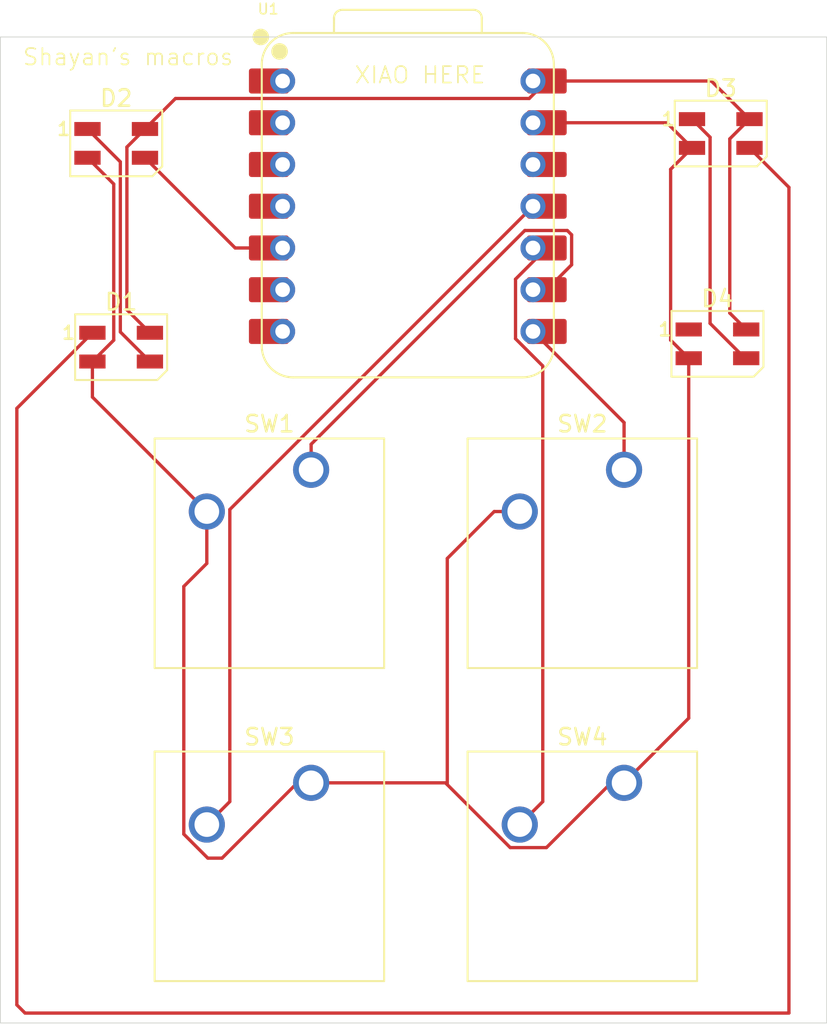
<source format=kicad_pcb>
(kicad_pcb (version 20241229) (generator "pcbnew") (generator_version "9.0")
  (layers (0 "F.Cu" signal) (2 "B.Cu" signal) (13 "F.Paste" user) (15 "B.Paste" user) (5 "F.SilkS" user "F.Silkscreen") (7 "B.SilkS" user "B.Silkscreen") (1 "F.Mask" user) (3 "B.Mask" user) (25 "Edge.Cuts" user))
  (net 0 "")
  (net 1 "Net-(D1-DIN)")
  (net 2 "Net-(D1-DOUT)")
  (net 3 "GND")
  (net 4 "+5V")
  (net 5 "Net-(D2-DIN)")
  (net 6 "Net-(D3-DOUT)")
  (net 8 "Net-(U1-GPIO2{slash}SCK)")
  (net 9 "Net-(U1-GPIO1{slash}RX)")
  (net 10 "Net-(U1-GPIO3{slash}MOSI)")
  (net 11 "Net-(U1-GPIO4{slash}MISO)")
  (footprint "Button_Switch_Keyboard:SW_Cherry_MX_1.00u_PCB" (layer "F.Cu") (at 126.365 68.73875)
    (property "Reference" "SW2" (at -2.54 -2.794 0) (layer "F.SilkS"))
    (property "Value" "SW_Push")
    (fp_line (start -9.525 -1.905) (end 4.445 -1.905) (stroke (width 0.12)) (layer "F.SilkS"))
    (fp_line (start -9.525 12.065) (end -9.525 -1.905) (stroke (width 0.12)) (layer "F.SilkS"))
    (fp_line (start 4.445 -1.905) (end 4.445 12.065) (stroke (width 0.12)) (layer "F.SilkS"))
    (fp_line (start 4.445 12.065) (end -9.525 12.065) (stroke (width 0.12)) (layer "F.SilkS"))
    (pad "" np_thru_hole circle (at -7.62 5.08) (size 1.7 1.7) (drill 1.7) (layers "*.Cu" "*.Mask"))
    (pad "" np_thru_hole circle (at -2.54 5.08) (size 4 4) (drill 4) (layers "*.Cu" "*.Mask"))
    (pad "" np_thru_hole circle (at 2.54 5.08) (size 1.7 1.7) (drill 1.7) (layers "*.Cu" "*.Mask"))
    (pad "1" thru_hole circle (at 0 0) (size 2.2 2.2) (drill 1.5) (layers "*.Cu" "*.Mask") (net 9 "Net-(U1-GPIO1{slash}RX)"))
    (pad "2" thru_hole circle (at -6.35 2.54) (size 2.2 2.2) (drill 1.5) (layers "*.Cu" "*.Mask") (net 3 "GND"))
  )
  (footprint "Button_Switch_Keyboard:SW_Cherry_MX_1.00u_PCB" (layer "F.Cu") (at 107.315 87.78875)
    (property "Reference" "SW3" (at -2.54 -2.794 0) (layer "F.SilkS"))
    (property "Value" "SW_Push")
    (fp_line (start -9.525 -1.905) (end 4.445 -1.905) (stroke (width 0.12)) (layer "F.SilkS"))
    (fp_line (start -9.525 12.065) (end -9.525 -1.905) (stroke (width 0.12)) (layer "F.SilkS"))
    (fp_line (start 4.445 -1.905) (end 4.445 12.065) (stroke (width 0.12)) (layer "F.SilkS"))
    (fp_line (start 4.445 12.065) (end -9.525 12.065) (stroke (width 0.12)) (layer "F.SilkS"))
    (pad "" np_thru_hole circle (at -7.62 5.08) (size 1.7 1.7) (drill 1.7) (layers "*.Cu" "*.Mask"))
    (pad "" np_thru_hole circle (at -2.54 5.08) (size 4 4) (drill 4) (layers "*.Cu" "*.Mask"))
    (pad "" np_thru_hole circle (at 2.54 5.08) (size 1.7 1.7) (drill 1.7) (layers "*.Cu" "*.Mask"))
    (pad "1" thru_hole circle (at 0 0) (size 2.2 2.2) (drill 1.5) (layers "*.Cu" "*.Mask") (net 3 "GND"))
    (pad "2" thru_hole circle (at -6.35 2.54) (size 2.2 2.2) (drill 1.5) (layers "*.Cu" "*.Mask") (net 10 "Net-(U1-GPIO3{slash}MOSI)"))
  )
  (footprint "LED_SMD:LED_SK6812MINI_PLCC4_3.5x3.5mm_P1.75mm" (layer "F.Cu") (at 132.05 61.075)
    (property "Reference" "D4" (at 0 -2.75 0) (layer "F.SilkS"))
    (property "Value" "SK6812MINI")
    (fp_line (start -2.8 -2) (end -2.8 2) (stroke (width 0.12)) (layer "F.SilkS"))
    (fp_line (start -2.8 -2) (end 2.8 -2) (stroke (width 0.12)) (layer "F.SilkS"))
    (fp_line (start -2.8 2) (end 2.2 2) (stroke (width 0.12)) (layer "F.SilkS"))
    (fp_line (start 2.8 1.4) (end 2.2 2) (stroke (width 0.12)) (layer "F.SilkS"))
    (fp_line (start 2.8 1.4) (end 2.8 -2) (stroke (width 0.12)) (layer "F.SilkS"))
    (fp_text user "1" (at -3.2 -0.875 0) (layer "F.SilkS") (effects (font (size 0.8 0.8))))
    (pad "1" smd rect (at -1.75 -0.875) (size 1.6 0.85) (layers "F.Cu" "F.Mask" "F.Paste"))
    (pad "2" smd rect (at -1.75 0.875) (size 1.6 0.85) (layers "F.Cu" "F.Mask" "F.Paste") (net 3 "GND"))
    (pad "3" smd rect (at 1.75 0.875) (size 1.6 0.85) (layers "F.Cu" "F.Mask" "F.Paste") (net 6 "Net-(D3-DOUT)"))
    (pad "4" smd rect (at 1.75 -0.875) (size 1.6 0.85) (layers "F.Cu" "F.Mask" "F.Paste") (net 4 "+5V"))
  )
  (footprint "Button_Switch_Keyboard:SW_Cherry_MX_1.00u_PCB" (layer "F.Cu") (at 126.365 87.78875)
    (property "Reference" "SW4" (at -2.54 -2.794 0) (layer "F.SilkS"))
    (property "Value" "SW_Push")
    (fp_line (start -9.525 -1.905) (end 4.445 -1.905) (stroke (width 0.12)) (layer "F.SilkS"))
    (fp_line (start -9.525 12.065) (end -9.525 -1.905) (stroke (width 0.12)) (layer "F.SilkS"))
    (fp_line (start 4.445 -1.905) (end 4.445 12.065) (stroke (width 0.12)) (layer "F.SilkS"))
    (fp_line (start 4.445 12.065) (end -9.525 12.065) (stroke (width 0.12)) (layer "F.SilkS"))
    (pad "" np_thru_hole circle (at -7.62 5.08) (size 1.7 1.7) (drill 1.7) (layers "*.Cu" "*.Mask"))
    (pad "" np_thru_hole circle (at -2.54 5.08) (size 4 4) (drill 4) (layers "*.Cu" "*.Mask"))
    (pad "" np_thru_hole circle (at 2.54 5.08) (size 1.7 1.7) (drill 1.7) (layers "*.Cu" "*.Mask"))
    (pad "1" thru_hole circle (at 0 0) (size 2.2 2.2) (drill 1.5) (layers "*.Cu" "*.Mask") (net 3 "GND"))
    (pad "2" thru_hole circle (at -6.35 2.54) (size 2.2 2.2) (drill 1.5) (layers "*.Cu" "*.Mask") (net 11 "Net-(U1-GPIO4{slash}MISO)"))
  )
  (footprint "Button_Switch_Keyboard:SW_Cherry_MX_1.00u_PCB" (layer "F.Cu") (at 107.315 68.73875)
    (property "Reference" "SW1" (at -2.54 -2.794 0) (layer "F.SilkS"))
    (property "Value" "SW_Push")
    (fp_line (start -9.525 -1.905) (end 4.445 -1.905) (stroke (width 0.12)) (layer "F.SilkS"))
    (fp_line (start -9.525 12.065) (end -9.525 -1.905) (stroke (width 0.12)) (layer "F.SilkS"))
    (fp_line (start 4.445 -1.905) (end 4.445 12.065) (stroke (width 0.12)) (layer "F.SilkS"))
    (fp_line (start 4.445 12.065) (end -9.525 12.065) (stroke (width 0.12)) (layer "F.SilkS"))
    (pad "" np_thru_hole circle (at -7.62 5.08) (size 1.7 1.7) (drill 1.7) (layers "*.Cu" "*.Mask"))
    (pad "" np_thru_hole circle (at -2.54 5.08) (size 4 4) (drill 4) (layers "*.Cu" "*.Mask"))
    (pad "" np_thru_hole circle (at 2.54 5.08) (size 1.7 1.7) (drill 1.7) (layers "*.Cu" "*.Mask"))
    (pad "1" thru_hole circle (at 0 0) (size 2.2 2.2) (drill 1.5) (layers "*.Cu" "*.Mask") (net 8 "Net-(U1-GPIO2{slash}SCK)"))
    (pad "2" thru_hole circle (at -6.35 2.54) (size 2.2 2.2) (drill 1.5) (layers "*.Cu" "*.Mask") (net 3 "GND"))
  )
  (footprint "LED_SMD:LED_SK6812MINI_PLCC4_3.5x3.5mm_P1.75mm" (layer "F.Cu") (at 95.45 48.875)
    (property "Reference" "D2" (at 0 -2.75 0) (layer "F.SilkS"))
    (property "Value" "SK6812MINI")
    (fp_line (start -2.8 -2) (end -2.8 2) (stroke (width 0.12)) (layer "F.SilkS"))
    (fp_line (start -2.8 -2) (end 2.8 -2) (stroke (width 0.12)) (layer "F.SilkS"))
    (fp_line (start -2.8 2) (end 2.2 2) (stroke (width 0.12)) (layer "F.SilkS"))
    (fp_line (start 2.8 1.4) (end 2.2 2) (stroke (width 0.12)) (layer "F.SilkS"))
    (fp_line (start 2.8 1.4) (end 2.8 -2) (stroke (width 0.12)) (layer "F.SilkS"))
    (fp_text user "1" (at -3.2 -0.875 0) (layer "F.SilkS") (effects (font (size 0.8 0.8))))
    (pad "1" smd rect (at -1.75 -0.875) (size 1.6 0.85) (layers "F.Cu" "F.Mask" "F.Paste") (net 1 "Net-(D1-DIN)"))
    (pad "2" smd rect (at -1.75 0.875) (size 1.6 0.85) (layers "F.Cu" "F.Mask" "F.Paste") (net 3 "GND"))
    (pad "3" smd rect (at 1.75 0.875) (size 1.6 0.85) (layers "F.Cu" "F.Mask" "F.Paste") (net 5 "Net-(D2-DIN)"))
    (pad "4" smd rect (at 1.75 -0.875) (size 1.6 0.85) (layers "F.Cu" "F.Mask" "F.Paste") (net 4 "+5V"))
  )
  (footprint "LED_SMD:LED_SK6812MINI_PLCC4_3.5x3.5mm_P1.75mm" (layer "F.Cu") (at 95.75 61.275)
    (property "Reference" "D1" (at 0 -2.75 0) (layer "F.SilkS"))
    (property "Value" "SK6812MINI")
    (fp_line (start -2.8 -2) (end -2.8 2) (stroke (width 0.12)) (layer "F.SilkS"))
    (fp_line (start -2.8 -2) (end 2.8 -2) (stroke (width 0.12)) (layer "F.SilkS"))
    (fp_line (start -2.8 2) (end 2.2 2) (stroke (width 0.12)) (layer "F.SilkS"))
    (fp_line (start 2.8 1.4) (end 2.2 2) (stroke (width 0.12)) (layer "F.SilkS"))
    (fp_line (start 2.8 1.4) (end 2.8 -2) (stroke (width 0.12)) (layer "F.SilkS"))
    (fp_text user "1" (at -3.2 -0.875 0) (layer "F.SilkS") (effects (font (size 0.8 0.8))))
    (pad "1" smd rect (at -1.75 -0.875) (size 1.6 0.85) (layers "F.Cu" "F.Mask" "F.Paste") (net 2 "Net-(D1-DOUT)"))
    (pad "2" smd rect (at -1.75 0.875) (size 1.6 0.85) (layers "F.Cu" "F.Mask" "F.Paste") (net 3 "GND"))
    (pad "3" smd rect (at 1.75 0.875) (size 1.6 0.85) (layers "F.Cu" "F.Mask" "F.Paste") (net 1 "Net-(D1-DIN)"))
    (pad "4" smd rect (at 1.75 -0.875) (size 1.6 0.85) (layers "F.Cu" "F.Mask" "F.Paste") (net 4 "+5V"))
  )
  (footprint "LED_SMD:LED_SK6812MINI_PLCC4_3.5x3.5mm_P1.75mm" (layer "F.Cu") (at 132.25 48.275)
    (property "Reference" "D3" (at 0 -2.75 0) (layer "F.SilkS"))
    (property "Value" "SK6812MINI")
    (fp_line (start -2.8 -2) (end -2.8 2) (stroke (width 0.12)) (layer "F.SilkS"))
    (fp_line (start -2.8 -2) (end 2.8 -2) (stroke (width 0.12)) (layer "F.SilkS"))
    (fp_line (start -2.8 2) (end 2.2 2) (stroke (width 0.12)) (layer "F.SilkS"))
    (fp_line (start 2.8 1.4) (end 2.2 2) (stroke (width 0.12)) (layer "F.SilkS"))
    (fp_line (start 2.8 1.4) (end 2.8 -2) (stroke (width 0.12)) (layer "F.SilkS"))
    (fp_text user "1" (at -3.2 -0.875 0) (layer "F.SilkS") (effects (font (size 0.8 0.8))))
    (pad "1" smd rect (at -1.75 -0.875) (size 1.6 0.85) (layers "F.Cu" "F.Mask" "F.Paste") (net 6 "Net-(D3-DOUT)"))
    (pad "2" smd rect (at -1.75 0.875) (size 1.6 0.85) (layers "F.Cu" "F.Mask" "F.Paste") (net 3 "GND"))
    (pad "3" smd rect (at 1.75 0.875) (size 1.6 0.85) (layers "F.Cu" "F.Mask" "F.Paste") (net 2 "Net-(D1-DOUT)"))
    (pad "4" smd rect (at 1.75 -0.875) (size 1.6 0.85) (layers "F.Cu" "F.Mask" "F.Paste") (net 4 "+5V"))
  )
  (footprint "OPL:XIAO-RP2040-DIP" (layer "F.Cu") (at 113.2 52.7)
    (property "Reference" "U1" (at -8.5 -12 0) (layer "F.SilkS") (effects (font (size 0.635 0.635) (thickness 0.1016))))
    (property "Value" "XIAO-RP2040-DIP")
    (fp_line (start -8.89 8.509) (end -8.89 -8.636) (stroke (width 0.127)) (layer "F.SilkS"))
    (fp_line (start -6.985 10.414) (end 6.985 10.414) (stroke (width 0.127)) (layer "F.SilkS"))
    (fp_line (start -4.495 -10.541) (end -4.491272 -11.451272) (stroke (width 0.127)) (layer "F.SilkS"))
    (fp_line (start -3.991272 -11.951) (end 4.004 -11.951) (stroke (width 0.127)) (layer "F.SilkS"))
    (fp_line (start 4.504 -11.451) (end 4.504 -10.541) (stroke (width 0.127)) (layer "F.SilkS"))
    (fp_line (start 6.985 -10.541) (end -6.985 -10.541) (stroke (width 0.1)) (layer "F.SilkS"))
    (fp_line (start 6.985 -10.541) (end -6.985 -10.541) (stroke (width 0.127)) (layer "F.SilkS"))
    (fp_line (start 8.89 8.509) (end 8.89 -8.636) (stroke (width 0.127)) (layer "F.SilkS"))
    (fp_arc (start -8.89 -8.636) (mid -8.332038 -9.983038) (end -6.985 -10.541) (stroke (width 0.127)) (layer "F.SilkS"))
    (fp_arc (start -6.985 10.414) (mid -8.332038 9.856038) (end -8.89 8.509) (stroke (width 0.127)) (layer "F.SilkS"))
    (fp_arc (start -4.491272 -11.451272) (mid -4.344728 -11.80464) (end -3.991272 -11.951) (stroke (width 0.127)) (layer "F.SilkS"))
    (fp_arc (start 4.004 -11.951) (mid 4.357553 -11.804553) (end 4.504 -11.451) (stroke (width 0.127)) (layer "F.SilkS"))
    (fp_arc (start 6.985 -10.541) (mid 8.332038 -9.983038) (end 8.89 -8.636) (stroke (width 0.127)) (layer "F.SilkS"))
    (fp_arc (start 8.89 8.509) (mid 8.332038 9.856038) (end 6.985 10.414) (stroke (width 0.127)) (layer "F.SilkS"))
    (fp_circle (center -8.95 -10.3) (end -8.95 -10.554) (stroke (width 0.5)) (fill yes) (layer "F.SilkS"))
    (fp_circle (center -7.807 -9.42) (end -7.807 -9.674) (stroke (width 0.5)) (fill yes) (layer "F.SilkS"))
    (pad "1" smd roundrect (at -8.455 -7.62 180) (size 2.432 1.524) (layers "F.Cu" "F.Mask") (roundrect_rratio 0.1))
    (pad "1" thru_hole circle (at -7.62 -7.62 180) (size 1.524 1.524) (drill 0.889) (layers "*.Cu" "*.Mask"))
    (pad "2" smd roundrect (at -8.455 -5.08 180) (size 2.432 1.524) (layers "F.Cu" "F.Mask") (roundrect_rratio 0.1))
    (pad "2" thru_hole circle (at -7.62 -5.08 180) (size 1.524 1.524) (drill 0.889) (layers "*.Cu" "*.Mask"))
    (pad "3" smd roundrect (at -8.455 -2.54 180) (size 2.432 1.524) (layers "F.Cu" "F.Mask") (roundrect_rratio 0.1))
    (pad "3" thru_hole circle (at -7.62 -2.54 180) (size 1.524 1.524) (drill 0.889) (layers "*.Cu" "*.Mask"))
    (pad "4" smd roundrect (at -8.455 0 180) (size 2.432 1.524) (layers "F.Cu" "F.Mask") (roundrect_rratio 0.1))
    (pad "4" thru_hole circle (at -7.62 0 180) (size 1.524 1.524) (drill 0.889) (layers "*.Cu" "*.Mask"))
    (pad "5" smd roundrect (at -8.455 2.54 180) (size 2.432 1.524) (layers "F.Cu" "F.Mask") (roundrect_rratio 0.1) (net 5 "Net-(D2-DIN)"))
    (pad "5" thru_hole circle (at -7.62 2.54 180) (size 1.524 1.524) (drill 0.889) (layers "*.Cu" "*.Mask") (net 5 "Net-(D2-DIN)"))
    (pad "6" smd roundrect (at -8.455 5.08 180) (size 2.432 1.524) (layers "F.Cu" "F.Mask") (roundrect_rratio 0.1))
    (pad "6" thru_hole circle (at -7.62 5.08 180) (size 1.524 1.524) (drill 0.889) (layers "*.Cu" "*.Mask"))
    (pad "7" smd roundrect (at -8.455 7.62 180) (size 2.432 1.524) (layers "F.Cu" "F.Mask") (roundrect_rratio 0.1))
    (pad "7" thru_hole circle (at -7.62 7.62 180) (size 1.524 1.524) (drill 0.889) (layers "*.Cu" "*.Mask"))
    (pad "8" thru_hole circle (at 7.62 7.62) (size 1.524 1.524) (drill 0.889) (layers "*.Cu" "*.Mask") (net 9 "Net-(U1-GPIO1{slash}RX)"))
    (pad "8" smd roundrect (at 8.455 7.62) (size 2.432 1.524) (layers "F.Cu" "F.Mask") (roundrect_rratio 0.1) (net 9 "Net-(U1-GPIO1{slash}RX)"))
    (pad "9" thru_hole circle (at 7.62 5.08) (size 1.524 1.524) (drill 0.889) (layers "*.Cu" "*.Mask") (net 8 "Net-(U1-GPIO2{slash}SCK)"))
    (pad "9" smd roundrect (at 8.455 5.08) (size 2.432 1.524) (layers "F.Cu" "F.Mask") (roundrect_rratio 0.1) (net 8 "Net-(U1-GPIO2{slash}SCK)"))
    (pad "10" thru_hole circle (at 7.62 2.54) (size 1.524 1.524) (drill 0.889) (layers "*.Cu" "*.Mask") (net 11 "Net-(U1-GPIO4{slash}MISO)"))
    (pad "10" smd roundrect (at 8.455 2.54) (size 2.432 1.524) (layers "F.Cu" "F.Mask") (roundrect_rratio 0.1) (net 11 "Net-(U1-GPIO4{slash}MISO)"))
    (pad "11" thru_hole circle (at 7.62 0) (size 1.524 1.524) (drill 0.889) (layers "*.Cu" "*.Mask") (net 10 "Net-(U1-GPIO3{slash}MOSI)"))
    (pad "11" smd roundrect (at 8.455 0) (size 2.432 1.524) (layers "F.Cu" "F.Mask") (roundrect_rratio 0.1) (net 10 "Net-(U1-GPIO3{slash}MOSI)"))
    (pad "12" thru_hole circle (at 7.62 -2.54) (size 1.524 1.524) (drill 0.889) (layers "*.Cu" "*.Mask"))
    (pad "12" smd roundrect (at 8.455 -2.54) (size 2.432 1.524) (layers "F.Cu" "F.Mask") (roundrect_rratio 0.1))
    (pad "13" thru_hole circle (at 7.62 -5.08) (size 1.524 1.524) (drill 0.889) (layers "*.Cu" "*.Mask") (net 3 "GND"))
    (pad "13" smd roundrect (at 8.455 -5.08) (size 2.432 1.524) (layers "F.Cu" "F.Mask") (roundrect_rratio 0.1) (net 3 "GND"))
    (pad "14" thru_hole circle (at 7.62 -7.62) (size 1.524 1.524) (drill 0.889) (layers "*.Cu" "*.Mask") (net 4 "+5V"))
    (pad "14" smd roundrect (at 8.455 -7.62) (size 2.432 1.524) (layers "F.Cu" "F.Mask") (roundrect_rratio 0.1) (net 4 "+5V"))
  )
  (gr_rect (start 88.4 42.4) (end 138.7 102.4) (stroke (width 0.05)) (fill no) (layer "Edge.Cuts"))
  (gr_text "Shayan's macros" (at 89.7 44.2 0) (layer "F.SilkS") (effects (font (size 1 1) (thickness 0.1)) (justify left bottom)))
  (gr_text "XIAO HERE" (at 109.9 45.3 0) (layer "F.SilkS") (effects (font (size 1 1) (thickness 0.1)) (justify left bottom)))
  (segment (start 95.7 50) (end 95.7 60.35) (width 0.2) (layer "F.Cu") (net 1))
  (segment (start 95.7 60.35) (end 97.5 62.15) (width 0.2) (layer "F.Cu") (net 1))
  (segment (start 93.7 48) (end 95.7 50) (width 0.2) (layer "F.Cu") (net 1))
  (segment (start 89.4 101.3) (end 89.899 101.799) (width 0.2) (layer "F.Cu") (net 2))
  (segment (start 136.4 101.799) (end 136.4 51.55) (width 0.2) (layer "F.Cu") (net 2))
  (segment (start 89.4 65) (end 89.4 101.3) (width 0.2) (layer "F.Cu") (net 2))
  (segment (start 94 60.4) (end 89.4 65) (width 0.2) (layer "F.Cu") (net 2))
  (segment (start 136.4 51.55) (end 134 49.15) (width 0.2) (layer "F.Cu") (net 2))
  (segment (start 89.899 101.799) (end 136.4 101.799) (width 0.2) (layer "F.Cu") (net 2))
  (segment (start 121.655 47.62) (end 128.97 47.62) (width 0.2) (layer "F.Cu") (net 3))
  (segment (start 128.97 47.62) (end 130.5 49.15) (width 0.2) (layer "F.Cu") (net 3))
  (segment (start 95.299 51.349) (end 95.299 60.851) (width 0.2) (layer "F.Cu") (net 3))
  (segment (start 118.459366 71.27875) (end 115.602468 74.135648) (width 0.2) (layer "F.Cu") (net 3))
  (segment (start 129.199 50.451) (end 130.5 49.15) (width 0.2) (layer "F.Cu") (net 3))
  (segment (start 119.434686 91.72975) (end 121.639184 91.72975) (width 0.2) (layer "F.Cu") (net 3))
  (segment (start 130.3 61.95) (end 129.199 60.849) (width 0.2) (layer "F.Cu") (net 3))
  (segment (start 115.493686 87.78875) (end 115.602468 87.897532) (width 0.2) (layer "F.Cu") (net 3))
  (segment (start 101.026216 92.37128) (end 99.564 90.909064) (width 0.2) (layer "F.Cu") (net 3))
  (segment (start 94 64.31375) (end 100.965 71.27875) (width 0.2) (layer "F.Cu") (net 3))
  (segment (start 120.015 71.27875) (end 118.459366 71.27875) (width 0.2) (layer "F.Cu") (net 3))
  (segment (start 101.89094 92.37128) (end 101.026216 92.37128) (width 0.2) (layer "F.Cu") (net 3))
  (segment (start 115.602468 74.135648) (end 115.602468 87.897532) (width 0.2) (layer "F.Cu") (net 3))
  (segment (start 129.199 60.849) (end 129.199 50.451) (width 0.2) (layer "F.Cu") (net 3))
  (segment (start 107.315 87.78875) (end 115.493686 87.78875) (width 0.2) (layer "F.Cu") (net 3))
  (segment (start 125.580184 87.78875) (end 126.365 87.78875) (width 0.2) (layer "F.Cu") (net 3))
  (segment (start 126.365 87.78875) (end 130.3 83.85375) (width 0.2) (layer "F.Cu") (net 3))
  (segment (start 100.965 74.435) (end 100.965 71.27875) (width 0.2) (layer "F.Cu") (net 3))
  (segment (start 107.315 87.78875) (end 106.47347 87.78875) (width 0.2) (layer "F.Cu") (net 3))
  (segment (start 121.639184 91.72975) (end 125.580184 87.78875) (width 0.2) (layer "F.Cu") (net 3))
  (segment (start 130.3 83.85375) (end 130.3 61.95) (width 0.2) (layer "F.Cu") (net 3))
  (segment (start 93.7 49.75) (end 95.299 51.349) (width 0.2) (layer "F.Cu") (net 3))
  (segment (start 115.602468 87.897532) (end 119.434686 91.72975) (width 0.2) (layer "F.Cu") (net 3))
  (segment (start 99.564 75.836) (end 100.965 74.435) (width 0.2) (layer "F.Cu") (net 3))
  (segment (start 95.299 60.851) (end 94 62.15) (width 0.2) (layer "F.Cu") (net 3))
  (segment (start 94 62.15) (end 94 64.31375) (width 0.2) (layer "F.Cu") (net 3))
  (segment (start 99.564 90.909064) (end 99.564 75.836) (width 0.2) (layer "F.Cu") (net 3))
  (segment (start 106.47347 87.78875) (end 101.89094 92.37128) (width 0.2) (layer "F.Cu") (net 3))
  (segment (start 131.68 45.08) (end 134 47.4) (width 0.2) (layer "F.Cu") (net 4))
  (segment (start 96.1 59) (end 96.1 49.1) (width 0.2) (layer "F.Cu") (net 4))
  (segment (start 133.8 60.2) (end 132.8 59.2) (width 0.2) (layer "F.Cu") (net 4))
  (segment (start 132.8 59.2) (end 132.8 48.6) (width 0.2) (layer "F.Cu") (net 4))
  (segment (start 120.592 46.143) (end 121.655 45.08) (width 0.2) (layer "F.Cu") (net 4))
  (segment (start 132.8 48.6) (end 134 47.4) (width 0.2) (layer "F.Cu") (net 4))
  (segment (start 97.2 48) (end 99.057 46.143) (width 0.2) (layer "F.Cu") (net 4))
  (segment (start 121.655 45.08) (end 131.68 45.08) (width 0.2) (layer "F.Cu") (net 4))
  (segment (start 99.057 46.143) (end 120.592 46.143) (width 0.2) (layer "F.Cu") (net 4))
  (segment (start 97.5 60.4) (end 96.1 59) (width 0.2) (layer "F.Cu") (net 4))
  (segment (start 96.1 49.1) (end 97.2 48) (width 0.2) (layer "F.Cu") (net 4))
  (segment (start 97.2 49.75) (end 102.69 55.24) (width 0.2) (layer "F.Cu") (net 5))
  (segment (start 102.69 55.24) (end 105.58 55.24) (width 0.2) (layer "F.Cu") (net 5))
  (segment (start 131.601 59.828) (end 131.601 48.501) (width 0.2) (layer "F.Cu") (net 6))
  (segment (start 133.8 61.95) (end 133.85 61.95) (width 0.2) (layer "F.Cu") (net 6))
  (segment (start 133.673 61.9) (end 131.601 59.828) (width 0.2) (layer "F.Cu") (net 6))
  (segment (start 133.85 61.95) (end 133.9 61.9) (width 0.2) (layer "F.Cu") (net 6))
  (segment (start 133.9 61.9) (end 133.673 61.9) (width 0.2) (layer "F.Cu") (net 6))
  (segment (start 131.601 48.501) (end 130.5 47.4) (width 0.2) (layer "F.Cu") (net 6))
  (segment (start 107.315 68.73875) (end 107.315 67.183116) (width 0.2) (layer "F.Cu") (net 8))
  (segment (start 120.321116 54.177) (end 122.910626 54.177) (width 0.2) (layer "F.Cu") (net 8))
  (segment (start 107.315 67.183116) (end 120.321116 54.177) (width 0.2) (layer "F.Cu") (net 8))
  (segment (start 123.172 54.438374) (end 123.172 56.263) (width 0.2) (layer "F.Cu") (net 8))
  (segment (start 123.172 56.263) (end 121.655 57.78) (width 0.2) (layer "F.Cu") (net 8))
  (segment (start 122.910626 54.177) (end 123.172 54.438374) (width 0.2) (layer "F.Cu") (net 8))
  (segment (start 126.365 68.73875) (end 126.365 65.865) (width 0.2) (layer "F.Cu") (net 9))
  (segment (start 126.365 65.865) (end 120.82 60.32) (width 0.2) (layer "F.Cu") (net 9))
  (segment (start 120.82 52.7) (end 102.366 71.154) (width 0.2) (layer "F.Cu") (net 10))
  (segment (start 102.366 71.154) (end 102.366 88.92775) (width 0.2) (layer "F.Cu") (net 10))
  (segment (start 102.366 88.92775) (end 100.965 90.32875) (width 0.2) (layer "F.Cu") (net 10))
  (segment (start 121.416 88.92775) (end 121.416 62.41931) (width 0.2) (layer "F.Cu") (net 11))
  (segment (start 119.757 60.76031) (end 119.757 57.138) (width 0.2) (layer "F.Cu") (net 11))
  (segment (start 119.757 57.138) (end 121.655 55.24) (width 0.2) (layer "F.Cu") (net 11))
  (segment (start 120.015 90.32875) (end 121.416 88.92775) (width 0.2) (layer "F.Cu") (net 11))
  (segment (start 121.416 62.41931) (end 119.757 60.76031) (width 0.2) (layer "F.Cu") (net 11))
)
</source>
